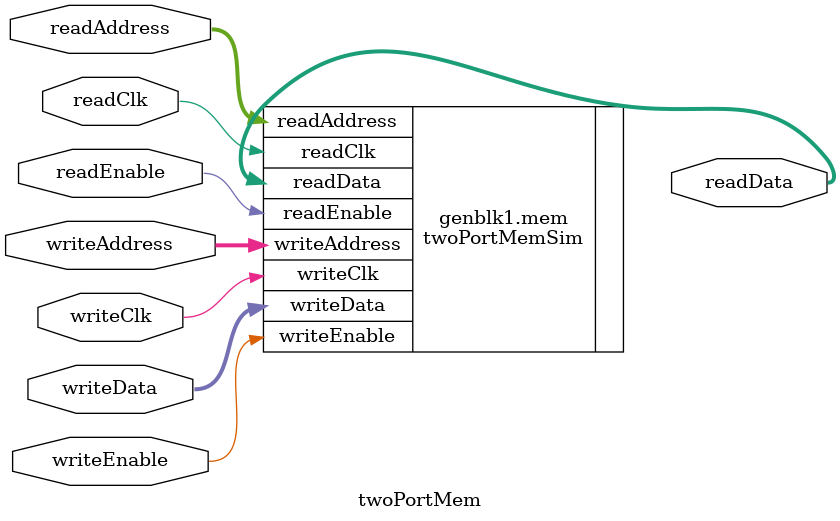
<source format=v>
module twoPortMem (
                   writeAddress,
                   writeClk,
                   writeEnable,
                   writeData,
                   readAddress,
                   readClk,
                   readEnable,
                   readData);
   //user defined
   parameter               addresses   = 32;
   parameter               width       = 8;
   parameter               muxFactor   = 0;
   parameter               writeMask   = 1;
   //Auto-calculated, user dont touch
   localparam              addressWidth =$clog2(addresses);
   input [addressWidth-1:0] writeAddress;
   input                    writeClk;
   input [writeMask-1:0]    writeEnable;
   input [width-1:0]        writeData;
   input [addressWidth-1:0] readAddress;
   input                    readClk;
   input                    readEnable;
   output [width-1:0]       readData;
   generate
      if((addresses==0)&&(width==0))
        begin
           initial
             begin
                $display("FAIL!! :%m:Parameters, addresses and width can not be set to 0");
                $stop;
             end
        end
`include "scriptGeneratedListOfVendorTwoPortMems.vh"
      else
        begin
           twoPortMemSim   #(.addresses  (addresses),
                             .width      (width),
                             .muxFactor  (muxFactor),
                             .writeMask  (writeMask)
                             ) mem (.writeAddress(writeAddress),
                                    .writeClk(writeClk),
                                    .writeEnable(writeEnable),
                                    .writeData(writeData),
                                    .readAddress(readAddress),
                                    .readClk(readClk),
                                    .readEnable(readEnable),
                                    .readData(readData));
        end
   endgenerate
endmodule
</source>
